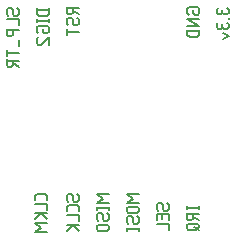
<source format=gbr>
G04 start of page 9 for group -4078 idx -4078 *
G04 Title: (unknown), bottomsilk *
G04 Creator: pcb 20110918 *
G04 CreationDate: Thu Aug 15 05:27:38 2013 UTC *
G04 For: mokus *
G04 Format: Gerber/RS-274X *
G04 PCB-Dimensions: 80000 100000 *
G04 PCB-Coordinate-Origin: lower left *
%MOIN*%
%FSLAX25Y25*%
%LNBOTTOMSILK*%
%ADD130C,0.0080*%
G54D130*X63209Y85298D02*X63709Y84798D01*
X63209Y85298D02*Y86798D01*
X63709Y87298D02*X63209Y86798D01*
X63709Y87298D02*X66709D01*
X67209Y86798D01*
Y85298D02*Y86798D01*
Y85298D02*X66709Y84798D01*
X65709D02*X66709D01*
X65209Y85298D02*X65709Y84798D01*
X65209Y85298D02*Y86298D01*
X63209Y83598D02*X67209D01*
X63209D02*X67209Y81098D01*
X63209D02*X67209D01*
X63209Y79398D02*X67209D01*
X63209Y78098D02*X63909Y77398D01*
X66509D01*
X67209Y78098D02*X66509Y77398D01*
X67209Y78098D02*Y79898D01*
X63209Y78098D02*Y79898D01*
X73500Y87000D02*X73000Y86500D01*
Y85500D02*Y86500D01*
Y85500D02*X73500Y85000D01*
X77000Y85500D02*X76500Y85000D01*
X77000Y85500D02*Y86500D01*
X76500Y87000D02*X77000Y86500D01*
X74800Y85500D02*Y86500D01*
X73500Y85000D02*X74300D01*
X75300D02*X76500D01*
X75300D02*X74800Y85500D01*
X74300Y85000D02*X74800Y85500D01*
X77000Y83300D02*Y83800D01*
X73500Y82100D02*X73000Y81600D01*
Y80600D02*Y81600D01*
Y80600D02*X73500Y80100D01*
X77000Y80600D02*X76500Y80100D01*
X77000Y80600D02*Y81600D01*
X76500Y82100D02*X77000Y81600D01*
X74800Y80600D02*Y81600D01*
X73500Y80100D02*X74300D01*
X75300D02*X76500D01*
X75300D02*X74800Y80600D01*
X74300Y80100D02*X74800Y80600D01*
X75000Y78900D02*X77000Y77900D01*
X75000Y76900D02*X77000Y77900D01*
X13000Y86500D02*X17000D01*
X13000Y85200D02*X13700Y84500D01*
X16300D01*
X17000Y85200D02*X16300Y84500D01*
X17000Y85200D02*Y87000D01*
X13000Y85200D02*Y87000D01*
Y82300D02*Y83300D01*
Y82800D02*X17000D01*
Y82300D02*Y83300D01*
X13000Y79100D02*X13500Y78600D01*
X13000Y79100D02*Y80600D01*
X13500Y81100D02*X13000Y80600D01*
X13500Y81100D02*X16500D01*
X17000Y80600D01*
Y79100D02*Y80600D01*
Y79100D02*X16500Y78600D01*
X15500D02*X16500D01*
X15000Y79100D02*X15500Y78600D01*
X15000Y79100D02*Y80100D01*
X13500Y77400D02*X13000Y76900D01*
Y75400D02*Y76900D01*
Y75400D02*X13500Y74900D01*
X14500D01*
X17000Y77400D02*X14500Y74900D01*
X17000D02*Y77400D01*
X3000Y85000D02*X3500Y84500D01*
X3000Y85000D02*Y86500D01*
X3500Y87000D02*X3000Y86500D01*
X3500Y87000D02*X4500D01*
X5000Y86500D01*
Y85000D02*Y86500D01*
Y85000D02*X5500Y84500D01*
X6500D01*
X7000Y85000D02*X6500Y84500D01*
X7000Y85000D02*Y86500D01*
X6500Y87000D02*X7000Y86500D01*
X3000Y83300D02*X7000D01*
Y81300D02*Y83300D01*
X3000Y79600D02*X7000D01*
X3000Y78100D02*Y80100D01*
Y78100D02*X3500Y77600D01*
X4500D01*
X5000Y78100D02*X4500Y77600D01*
X5000Y78100D02*Y79600D01*
X7000Y74400D02*Y76400D01*
X3000Y71200D02*Y73200D01*
Y72200D02*X7000D01*
X3000Y68000D02*Y70000D01*
Y68000D02*X3500Y67500D01*
X4500D01*
X5000Y68000D02*X4500Y67500D01*
X5000Y68000D02*Y69500D01*
X3000D02*X7000D01*
X5000Y68700D02*X7000Y67500D01*
X23000Y85500D02*Y87500D01*
Y85500D02*X23500Y85000D01*
X24500D01*
X25000Y85500D02*X24500Y85000D01*
X25000Y85500D02*Y87000D01*
X23000D02*X27000D01*
X25000Y86200D02*X27000Y85000D01*
X23000Y81800D02*X23500Y81300D01*
X23000Y81800D02*Y83300D01*
X23500Y83800D02*X23000Y83300D01*
X23500Y83800D02*X24500D01*
X25000Y83300D01*
Y81800D02*Y83300D01*
Y81800D02*X25500Y81300D01*
X26500D01*
X27000Y81800D02*X26500Y81300D01*
X27000Y81800D02*Y83300D01*
X26500Y83800D02*X27000Y83300D01*
X23000Y78100D02*Y80100D01*
Y79100D02*X27000D01*
X23000Y23000D02*X23500Y22500D01*
X23000Y23000D02*Y24500D01*
X23500Y25000D02*X23000Y24500D01*
X23500Y25000D02*X24500D01*
X25000Y24500D01*
Y23000D02*Y24500D01*
Y23000D02*X25500Y22500D01*
X26500D01*
X27000Y23000D02*X26500Y22500D01*
X27000Y23000D02*Y24500D01*
X26500Y25000D02*X27000Y24500D01*
Y19300D02*Y20600D01*
X26300Y21300D02*X27000Y20600D01*
X23700Y21300D02*X26300D01*
X23700D02*X23000Y20600D01*
Y19300D02*Y20600D01*
Y18100D02*X27000D01*
Y16100D02*Y18100D01*
X23000Y14900D02*X27000D01*
X25000D02*X23000Y12900D01*
X25000Y14900D02*X27000Y12900D01*
X33000Y25000D02*X37000D01*
X33000D02*X35000Y23500D01*
X33000Y22000D01*
X37000D01*
X33000Y19800D02*Y20800D01*
Y20300D02*X37000D01*
Y19800D02*Y20800D01*
X33000Y16600D02*X33500Y16100D01*
X33000Y16600D02*Y18100D01*
X33500Y18600D02*X33000Y18100D01*
X33500Y18600D02*X34500D01*
X35000Y18100D01*
Y16600D02*Y18100D01*
Y16600D02*X35500Y16100D01*
X36500D01*
X37000Y16600D02*X36500Y16100D01*
X37000Y16600D02*Y18100D01*
X36500Y18600D02*X37000Y18100D01*
X33500Y14900D02*X36500D01*
X33500D02*X33000Y14400D01*
Y13400D02*Y14400D01*
Y13400D02*X33500Y12900D01*
X36500D01*
X37000Y13400D02*X36500Y12900D01*
X37000Y13400D02*Y14400D01*
X36500Y14900D02*X37000Y14400D01*
X43000Y25000D02*X47000D01*
X43000D02*X45000Y23500D01*
X43000Y22000D01*
X47000D01*
X43500Y20800D02*X46500D01*
X43500D02*X43000Y20300D01*
Y19300D02*Y20300D01*
Y19300D02*X43500Y18800D01*
X46500D01*
X47000Y19300D02*X46500Y18800D01*
X47000Y19300D02*Y20300D01*
X46500Y20800D02*X47000Y20300D01*
X43000Y15600D02*X43500Y15100D01*
X43000Y15600D02*Y17100D01*
X43500Y17600D02*X43000Y17100D01*
X43500Y17600D02*X44500D01*
X45000Y17100D01*
Y15600D02*Y17100D01*
Y15600D02*X45500Y15100D01*
X46500D01*
X47000Y15600D02*X46500Y15100D01*
X47000Y15600D02*Y17100D01*
X46500Y17600D02*X47000Y17100D01*
X43000Y12900D02*Y13900D01*
Y13400D02*X47000D01*
Y12900D02*Y13900D01*
X16500Y23000D02*Y24300D01*
X15800Y25000D02*X16500Y24300D01*
X13200Y25000D02*X15800D01*
X13200D02*X12500Y24300D01*
Y23000D02*Y24300D01*
Y21800D02*X16500D01*
Y19800D02*Y21800D01*
X12500Y18600D02*X16500D01*
X14500D02*X12500Y16600D01*
X14500Y18600D02*X16500Y16600D01*
X12500Y15400D02*X16500D01*
X12500D02*X14500Y13900D01*
X12500Y12400D01*
X16500D01*
X53000Y20000D02*X53500Y19500D01*
X53000Y20000D02*Y21500D01*
X53500Y22000D02*X53000Y21500D01*
X53500Y22000D02*X54500D01*
X55000Y21500D01*
Y20000D02*Y21500D01*
Y20000D02*X55500Y19500D01*
X56500D01*
X57000Y20000D02*X56500Y19500D01*
X57000Y20000D02*Y21500D01*
X56500Y22000D02*X57000Y21500D01*
X54800Y16800D02*Y18300D01*
X57000Y16300D02*Y18300D01*
X53000D02*X57000D01*
X53000Y16300D02*Y18300D01*
Y15100D02*X57000D01*
Y13100D02*Y15100D01*
X63000Y20000D02*Y21000D01*
Y20500D02*X67000D01*
Y20000D02*Y21000D01*
X63000Y16800D02*Y18800D01*
Y16800D02*X63500Y16300D01*
X64500D01*
X65000Y16800D02*X64500Y16300D01*
X65000Y16800D02*Y18300D01*
X63000D02*X67000D01*
X65000Y17500D02*X67000Y16300D01*
X63500Y15100D02*X66500D01*
X63500D02*X63000Y14600D01*
Y13600D02*Y14600D01*
Y13600D02*X63500Y13100D01*
X66000D01*
X67000Y14100D02*X66000Y13100D01*
X67000Y14100D02*Y14600D01*
X66500Y15100D02*X67000Y14600D01*
X65500Y14100D02*X67000Y13100D01*
M02*

</source>
